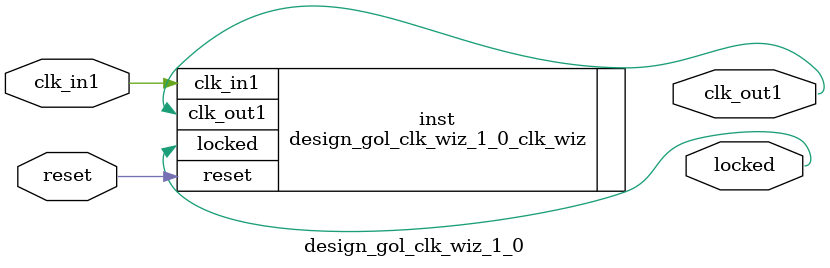
<source format=v>


`timescale 1ps/1ps

(* CORE_GENERATION_INFO = "design_gol_clk_wiz_1_0,clk_wiz_v5_4_1_0,{component_name=design_gol_clk_wiz_1_0,use_phase_alignment=true,use_min_o_jitter=false,use_max_i_jitter=false,use_dyn_phase_shift=false,use_inclk_switchover=false,use_dyn_reconfig=false,enable_axi=0,feedback_source=FDBK_AUTO,PRIMITIVE=MMCM,num_out_clk=1,clkin1_period=10.000,clkin2_period=10.000,use_power_down=false,use_reset=true,use_locked=true,use_inclk_stopped=false,feedback_type=SINGLE,CLOCK_MGR_TYPE=NA,manual_override=false}" *)

module design_gol_clk_wiz_1_0 
 (
  // Clock out ports
  output        clk_out1,
  // Status and control signals
  input         reset,
  output        locked,
 // Clock in ports
  input         clk_in1
 );

  design_gol_clk_wiz_1_0_clk_wiz inst
  (
  // Clock out ports  
  .clk_out1(clk_out1),
  // Status and control signals               
  .reset(reset), 
  .locked(locked),
 // Clock in ports
  .clk_in1(clk_in1)
  );

endmodule

</source>
